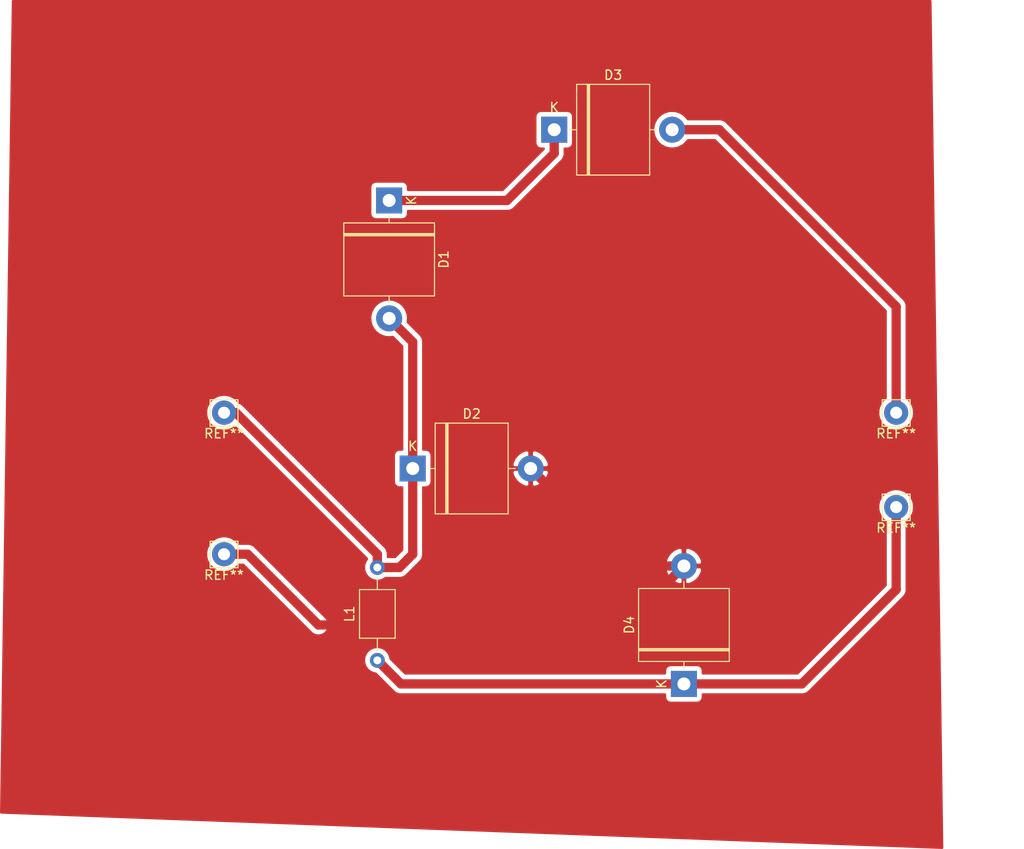
<source format=kicad_pcb>
(kicad_pcb (version 20171130) (host pcbnew "(5.1.4)-1")

  (general
    (thickness 1.6)
    (drawings 0)
    (tracks 25)
    (zones 0)
    (modules 9)
    (nets 5)
  )

  (page A4)
  (layers
    (0 F.Cu signal)
    (31 B.Cu signal)
    (32 B.Adhes user)
    (33 F.Adhes user)
    (34 B.Paste user)
    (35 F.Paste user)
    (36 B.SilkS user)
    (37 F.SilkS user)
    (38 B.Mask user)
    (39 F.Mask user)
    (40 Dwgs.User user)
    (41 Cmts.User user)
    (42 Eco1.User user)
    (43 Eco2.User user)
    (44 Edge.Cuts user)
    (45 Margin user)
    (46 B.CrtYd user)
    (47 F.CrtYd user)
    (48 B.Fab user)
    (49 F.Fab user)
  )

  (setup
    (last_trace_width 1)
    (user_trace_width 1)
    (trace_clearance 0.2)
    (zone_clearance 0.508)
    (zone_45_only no)
    (trace_min 0.2)
    (via_size 0.8)
    (via_drill 0.4)
    (via_min_size 0.4)
    (via_min_drill 0.3)
    (uvia_size 0.3)
    (uvia_drill 0.1)
    (uvias_allowed no)
    (uvia_min_size 0.2)
    (uvia_min_drill 0.1)
    (edge_width 0.05)
    (segment_width 0.2)
    (pcb_text_width 0.3)
    (pcb_text_size 1.5 1.5)
    (mod_edge_width 0.12)
    (mod_text_size 1 1)
    (mod_text_width 0.15)
    (pad_size 1.524 1.524)
    (pad_drill 0.762)
    (pad_to_mask_clearance 0.051)
    (solder_mask_min_width 0.25)
    (aux_axis_origin 0 0)
    (visible_elements FFFFFF7F)
    (pcbplotparams
      (layerselection 0x010fc_ffffffff)
      (usegerberextensions false)
      (usegerberattributes false)
      (usegerberadvancedattributes false)
      (creategerberjobfile false)
      (excludeedgelayer true)
      (linewidth 0.100000)
      (plotframeref false)
      (viasonmask false)
      (mode 1)
      (useauxorigin false)
      (hpglpennumber 1)
      (hpglpenspeed 20)
      (hpglpendiameter 15.000000)
      (psnegative false)
      (psa4output false)
      (plotreference true)
      (plotvalue true)
      (plotinvisibletext false)
      (padsonsilk false)
      (subtractmaskfromsilk false)
      (outputformat 1)
      (mirror false)
      (drillshape 1)
      (scaleselection 1)
      (outputdirectory ""))
  )

  (net 0 "")
  (net 1 "Net-(D1-Pad2)")
  (net 2 "Net-(D1-Pad1)")
  (net 3 GNDREF)
  (net 4 VAC)

  (net_class Default "Esta es la clase de red por defecto."
    (clearance 0.2)
    (trace_width 0.25)
    (via_dia 0.8)
    (via_drill 0.4)
    (uvia_dia 0.3)
    (uvia_drill 0.1)
    (add_net GNDREF)
    (add_net "Net-(D1-Pad1)")
    (add_net "Net-(D1-Pad2)")
    (add_net VAC)
  )

  (module Connector_Pin:Pin_D1.3mm_L11.3mm_W2.8mm_Flat (layer F.Cu) (tedit 5A1DC085) (tstamp 5D836433)
    (at 124.46 113.03)
    (descr "solder Pin_ with flat with hole, hole diameter 1.3mm, length 11.3mm, width 2.8mm")
    (tags "solder Pin_ with flat fork")
    (fp_text reference REF** (at 0 2.25) (layer F.SilkS)
      (effects (font (size 1 1) (thickness 0.15)))
    )
    (fp_text value Pin_D1.3mm_L11.3mm_W2.8mm_Flat (at 0 -2.05) (layer F.Fab)
      (effects (font (size 1 1) (thickness 0.15)))
    )
    (fp_line (start 1.9 1.8) (end -1.9 1.8) (layer F.CrtYd) (width 0.05))
    (fp_line (start 1.9 1.8) (end 1.9 -1.8) (layer F.CrtYd) (width 0.05))
    (fp_line (start -1.9 -1.8) (end -1.9 1.8) (layer F.CrtYd) (width 0.05))
    (fp_line (start -1.9 -1.8) (end 1.9 -1.8) (layer F.CrtYd) (width 0.05))
    (fp_line (start -1.4 0.25) (end -1.4 -0.25) (layer F.Fab) (width 0.12))
    (fp_line (start 1.4 -0.25) (end 1.4 0.25) (layer F.Fab) (width 0.12))
    (fp_line (start -1.5 1.45) (end 1.5 1.45) (layer F.SilkS) (width 0.12))
    (fp_line (start -1.5 -1.4) (end -1.5 1.45) (layer F.SilkS) (width 0.12))
    (fp_line (start 1.5 -1.4) (end 1.5 1.45) (layer F.SilkS) (width 0.12))
    (fp_line (start -1.5 -1.4) (end 1.5 -1.4) (layer F.SilkS) (width 0.12))
    (fp_line (start -1.4 -0.25) (end 1.4 -0.25) (layer F.Fab) (width 0.12))
    (fp_line (start 1.4 0.25) (end -1.4 0.25) (layer F.Fab) (width 0.12))
    (fp_text user %R (at 0 2.25) (layer F.Fab)
      (effects (font (size 1 1) (thickness 0.15)))
    )
    (pad 1 thru_hole circle (at 0 0) (size 2.6 2.6) (drill 1.3) (layers *.Cu *.Mask))
    (model ${KISYS3DMOD}/Connector_Pin.3dshapes/Pin_D1.3mm_L11.3mm_W2.8mm_Flat.wrl
      (at (xyz 0 0 0))
      (scale (xyz 1 1 1))
      (rotate (xyz 0 0 0))
    )
  )

  (module Connector_Pin:Pin_D1.3mm_L11.3mm_W2.8mm_Flat (layer F.Cu) (tedit 5A1DC085) (tstamp 5D8363EE)
    (at 124.46 97.79)
    (descr "solder Pin_ with flat with hole, hole diameter 1.3mm, length 11.3mm, width 2.8mm")
    (tags "solder Pin_ with flat fork")
    (fp_text reference REF** (at 0 2.25) (layer F.SilkS)
      (effects (font (size 1 1) (thickness 0.15)))
    )
    (fp_text value Pin_D1.3mm_L11.3mm_W2.8mm_Flat (at 0 -2.05) (layer F.Fab)
      (effects (font (size 1 1) (thickness 0.15)))
    )
    (fp_line (start 1.9 1.8) (end -1.9 1.8) (layer F.CrtYd) (width 0.05))
    (fp_line (start 1.9 1.8) (end 1.9 -1.8) (layer F.CrtYd) (width 0.05))
    (fp_line (start -1.9 -1.8) (end -1.9 1.8) (layer F.CrtYd) (width 0.05))
    (fp_line (start -1.9 -1.8) (end 1.9 -1.8) (layer F.CrtYd) (width 0.05))
    (fp_line (start -1.4 0.25) (end -1.4 -0.25) (layer F.Fab) (width 0.12))
    (fp_line (start 1.4 -0.25) (end 1.4 0.25) (layer F.Fab) (width 0.12))
    (fp_line (start -1.5 1.45) (end 1.5 1.45) (layer F.SilkS) (width 0.12))
    (fp_line (start -1.5 -1.4) (end -1.5 1.45) (layer F.SilkS) (width 0.12))
    (fp_line (start 1.5 -1.4) (end 1.5 1.45) (layer F.SilkS) (width 0.12))
    (fp_line (start -1.5 -1.4) (end 1.5 -1.4) (layer F.SilkS) (width 0.12))
    (fp_line (start -1.4 -0.25) (end 1.4 -0.25) (layer F.Fab) (width 0.12))
    (fp_line (start 1.4 0.25) (end -1.4 0.25) (layer F.Fab) (width 0.12))
    (fp_text user %R (at 0 2.25) (layer F.Fab)
      (effects (font (size 1 1) (thickness 0.15)))
    )
    (pad 1 thru_hole circle (at 0 0) (size 2.6 2.6) (drill 1.3) (layers *.Cu *.Mask))
    (model ${KISYS3DMOD}/Connector_Pin.3dshapes/Pin_D1.3mm_L11.3mm_W2.8mm_Flat.wrl
      (at (xyz 0 0 0))
      (scale (xyz 1 1 1))
      (rotate (xyz 0 0 0))
    )
  )

  (module Connector_Pin:Pin_D1.3mm_L11.3mm_W2.8mm_Flat (layer F.Cu) (tedit 5A1DC085) (tstamp 5D8363A9)
    (at 196.85 107.95)
    (descr "solder Pin_ with flat with hole, hole diameter 1.3mm, length 11.3mm, width 2.8mm")
    (tags "solder Pin_ with flat fork")
    (fp_text reference REF** (at 0 2.25) (layer F.SilkS)
      (effects (font (size 1 1) (thickness 0.15)))
    )
    (fp_text value Pin_D1.3mm_L11.3mm_W2.8mm_Flat (at 0 -2.05) (layer F.Fab)
      (effects (font (size 1 1) (thickness 0.15)))
    )
    (fp_line (start 1.9 1.8) (end -1.9 1.8) (layer F.CrtYd) (width 0.05))
    (fp_line (start 1.9 1.8) (end 1.9 -1.8) (layer F.CrtYd) (width 0.05))
    (fp_line (start -1.9 -1.8) (end -1.9 1.8) (layer F.CrtYd) (width 0.05))
    (fp_line (start -1.9 -1.8) (end 1.9 -1.8) (layer F.CrtYd) (width 0.05))
    (fp_line (start -1.4 0.25) (end -1.4 -0.25) (layer F.Fab) (width 0.12))
    (fp_line (start 1.4 -0.25) (end 1.4 0.25) (layer F.Fab) (width 0.12))
    (fp_line (start -1.5 1.45) (end 1.5 1.45) (layer F.SilkS) (width 0.12))
    (fp_line (start -1.5 -1.4) (end -1.5 1.45) (layer F.SilkS) (width 0.12))
    (fp_line (start 1.5 -1.4) (end 1.5 1.45) (layer F.SilkS) (width 0.12))
    (fp_line (start -1.5 -1.4) (end 1.5 -1.4) (layer F.SilkS) (width 0.12))
    (fp_line (start -1.4 -0.25) (end 1.4 -0.25) (layer F.Fab) (width 0.12))
    (fp_line (start 1.4 0.25) (end -1.4 0.25) (layer F.Fab) (width 0.12))
    (fp_text user %R (at 0 2.25) (layer F.Fab)
      (effects (font (size 1 1) (thickness 0.15)))
    )
    (pad 1 thru_hole circle (at 0 0) (size 2.6 2.6) (drill 1.3) (layers *.Cu *.Mask))
    (model ${KISYS3DMOD}/Connector_Pin.3dshapes/Pin_D1.3mm_L11.3mm_W2.8mm_Flat.wrl
      (at (xyz 0 0 0))
      (scale (xyz 1 1 1))
      (rotate (xyz 0 0 0))
    )
  )

  (module Connector_Pin:Pin_D1.3mm_L11.3mm_W2.8mm_Flat (layer F.Cu) (tedit 5A1DC085) (tstamp 5D836364)
    (at 196.85 97.79)
    (descr "solder Pin_ with flat with hole, hole diameter 1.3mm, length 11.3mm, width 2.8mm")
    (tags "solder Pin_ with flat fork")
    (fp_text reference REF** (at 0 2.25) (layer F.SilkS)
      (effects (font (size 1 1) (thickness 0.15)))
    )
    (fp_text value Pin_D1.3mm_L11.3mm_W2.8mm_Flat (at 0 -2.05) (layer F.Fab)
      (effects (font (size 1 1) (thickness 0.15)))
    )
    (fp_line (start 1.9 1.8) (end -1.9 1.8) (layer F.CrtYd) (width 0.05))
    (fp_line (start 1.9 1.8) (end 1.9 -1.8) (layer F.CrtYd) (width 0.05))
    (fp_line (start -1.9 -1.8) (end -1.9 1.8) (layer F.CrtYd) (width 0.05))
    (fp_line (start -1.9 -1.8) (end 1.9 -1.8) (layer F.CrtYd) (width 0.05))
    (fp_line (start -1.4 0.25) (end -1.4 -0.25) (layer F.Fab) (width 0.12))
    (fp_line (start 1.4 -0.25) (end 1.4 0.25) (layer F.Fab) (width 0.12))
    (fp_line (start -1.5 1.45) (end 1.5 1.45) (layer F.SilkS) (width 0.12))
    (fp_line (start -1.5 -1.4) (end -1.5 1.45) (layer F.SilkS) (width 0.12))
    (fp_line (start 1.5 -1.4) (end 1.5 1.45) (layer F.SilkS) (width 0.12))
    (fp_line (start -1.5 -1.4) (end 1.5 -1.4) (layer F.SilkS) (width 0.12))
    (fp_line (start -1.4 -0.25) (end 1.4 -0.25) (layer F.Fab) (width 0.12))
    (fp_line (start 1.4 0.25) (end -1.4 0.25) (layer F.Fab) (width 0.12))
    (fp_text user %R (at 0 2.25) (layer F.Fab)
      (effects (font (size 1 1) (thickness 0.15)))
    )
    (pad 1 thru_hole circle (at 0 0) (size 2.6 2.6) (drill 1.3) (layers *.Cu *.Mask))
    (model ${KISYS3DMOD}/Connector_Pin.3dshapes/Pin_D1.3mm_L11.3mm_W2.8mm_Flat.wrl
      (at (xyz 0 0 0))
      (scale (xyz 1 1 1))
      (rotate (xyz 0 0 0))
    )
  )

  (module Inductor_THT:L_Axial_L5.0mm_D3.6mm_P10.00mm_Horizontal_Murata_BL01RN1A2A2 (layer F.Cu) (tedit 5BC67E52) (tstamp 5D836291)
    (at 140.97 124.46 90)
    (descr "Inductor, Murata BL01RN1A2A2, Axial, Horizontal, pin pitch=10.00mm, length*diameter=5*3.6mm, https://www.murata.com/en-global/products/productdetail?partno=BL01RN1A2A2%23")
    (tags "inductor axial horizontal")
    (path /5D85663E)
    (fp_text reference L1 (at 5 -3 90) (layer F.SilkS)
      (effects (font (size 1 1) (thickness 0.15)))
    )
    (fp_text value L (at 5 3 90) (layer F.Fab)
      (effects (font (size 1 1) (thickness 0.15)))
    )
    (fp_text user %R (at 5 0 90) (layer F.Fab)
      (effects (font (size 1 1) (thickness 0.15)))
    )
    (fp_line (start 11.05 -2.05) (end -1.05 -2.05) (layer F.CrtYd) (width 0.05))
    (fp_line (start 11.05 2.05) (end 11.05 -2.05) (layer F.CrtYd) (width 0.05))
    (fp_line (start -1.05 2.05) (end 11.05 2.05) (layer F.CrtYd) (width 0.05))
    (fp_line (start -1.05 -2.05) (end -1.05 2.05) (layer F.CrtYd) (width 0.05))
    (fp_line (start 9 0) (end 7.62 0) (layer F.SilkS) (width 0.12))
    (fp_line (start 1 0) (end 2.38 0) (layer F.SilkS) (width 0.12))
    (fp_line (start 7.62 -1.92) (end 2.38 -1.92) (layer F.SilkS) (width 0.12))
    (fp_line (start 7.62 1.92) (end 7.62 -1.92) (layer F.SilkS) (width 0.12))
    (fp_line (start 2.38 1.92) (end 7.62 1.92) (layer F.SilkS) (width 0.12))
    (fp_line (start 2.38 -1.92) (end 2.38 1.92) (layer F.SilkS) (width 0.12))
    (fp_line (start 10 0) (end 7.5 0) (layer F.Fab) (width 0.1))
    (fp_line (start 0 0) (end 2.5 0) (layer F.Fab) (width 0.1))
    (fp_line (start 7.5 -1.8) (end 2.5 -1.8) (layer F.Fab) (width 0.1))
    (fp_line (start 7.5 1.8) (end 7.5 -1.8) (layer F.Fab) (width 0.1))
    (fp_line (start 2.5 1.8) (end 7.5 1.8) (layer F.Fab) (width 0.1))
    (fp_line (start 2.5 -1.8) (end 2.5 1.8) (layer F.Fab) (width 0.1))
    (pad 2 thru_hole oval (at 10 0 90) (size 1.6 1.6) (drill 0.85) (layers *.Cu *.Mask)
      (net 1 "Net-(D1-Pad2)"))
    (pad 1 thru_hole circle (at 0 0 90) (size 1.6 1.6) (drill 0.85) (layers *.Cu *.Mask)
      (net 4 VAC))
    (model ${KISYS3DMOD}/Inductor_THT.3dshapes/L_Axial_L5.0mm_D3.6mm_P10.00mm_Horizontal_Murata_BL01RN1A2A2.wrl
      (at (xyz 0 0 0))
      (scale (xyz 1 1 1))
      (rotate (xyz 0 0 0))
    )
  )

  (module Diode_THT:D_5KP_P12.70mm_Horizontal (layer F.Cu) (tedit 5AE50CD5) (tstamp 5D83627A)
    (at 173.99 127 90)
    (descr "Diode, 5KP series, Axial, Horizontal, pin pitch=12.7mm, , length*diameter=7.62*9.53mm^2, , http://www.diodes.com/_files/packages/8686949.gif")
    (tags "Diode 5KP series Axial Horizontal pin pitch 12.7mm  length 7.62mm diameter 9.53mm")
    (path /5D8560DF)
    (fp_text reference D4 (at 6.35 -5.885 90) (layer F.SilkS)
      (effects (font (size 1 1) (thickness 0.15)))
    )
    (fp_text value D (at 6.35 5.885 90) (layer F.Fab)
      (effects (font (size 1 1) (thickness 0.15)))
    )
    (fp_text user K (at 0 -2.4 90) (layer F.SilkS)
      (effects (font (size 1 1) (thickness 0.15)))
    )
    (fp_text user K (at 0 -2.4 90) (layer F.Fab)
      (effects (font (size 1 1) (thickness 0.15)))
    )
    (fp_text user %R (at 6.9215 0 90) (layer F.Fab)
      (effects (font (size 1 1) (thickness 0.15)))
    )
    (fp_line (start 14.35 -5.02) (end -1.65 -5.02) (layer F.CrtYd) (width 0.05))
    (fp_line (start 14.35 5.02) (end 14.35 -5.02) (layer F.CrtYd) (width 0.05))
    (fp_line (start -1.65 5.02) (end 14.35 5.02) (layer F.CrtYd) (width 0.05))
    (fp_line (start -1.65 -5.02) (end -1.65 5.02) (layer F.CrtYd) (width 0.05))
    (fp_line (start 3.563 -4.885) (end 3.563 4.885) (layer F.SilkS) (width 0.12))
    (fp_line (start 3.803 -4.885) (end 3.803 4.885) (layer F.SilkS) (width 0.12))
    (fp_line (start 3.683 -4.885) (end 3.683 4.885) (layer F.SilkS) (width 0.12))
    (fp_line (start 11.06 0) (end 10.28 0) (layer F.SilkS) (width 0.12))
    (fp_line (start 1.64 0) (end 2.42 0) (layer F.SilkS) (width 0.12))
    (fp_line (start 10.28 -4.885) (end 2.42 -4.885) (layer F.SilkS) (width 0.12))
    (fp_line (start 10.28 4.885) (end 10.28 -4.885) (layer F.SilkS) (width 0.12))
    (fp_line (start 2.42 4.885) (end 10.28 4.885) (layer F.SilkS) (width 0.12))
    (fp_line (start 2.42 -4.885) (end 2.42 4.885) (layer F.SilkS) (width 0.12))
    (fp_line (start 3.583 -4.765) (end 3.583 4.765) (layer F.Fab) (width 0.1))
    (fp_line (start 3.783 -4.765) (end 3.783 4.765) (layer F.Fab) (width 0.1))
    (fp_line (start 3.683 -4.765) (end 3.683 4.765) (layer F.Fab) (width 0.1))
    (fp_line (start 12.7 0) (end 10.16 0) (layer F.Fab) (width 0.1))
    (fp_line (start 0 0) (end 2.54 0) (layer F.Fab) (width 0.1))
    (fp_line (start 10.16 -4.765) (end 2.54 -4.765) (layer F.Fab) (width 0.1))
    (fp_line (start 10.16 4.765) (end 10.16 -4.765) (layer F.Fab) (width 0.1))
    (fp_line (start 2.54 4.765) (end 10.16 4.765) (layer F.Fab) (width 0.1))
    (fp_line (start 2.54 -4.765) (end 2.54 4.765) (layer F.Fab) (width 0.1))
    (pad 2 thru_hole oval (at 12.7 0 90) (size 2.8 2.8) (drill 1.4) (layers *.Cu *.Mask)
      (net 3 GNDREF))
    (pad 1 thru_hole rect (at 0 0 90) (size 2.8 2.8) (drill 1.4) (layers *.Cu *.Mask)
      (net 4 VAC))
    (model ${KISYS3DMOD}/Diode_THT.3dshapes/D_5KP_P12.70mm_Horizontal.wrl
      (at (xyz 0 0 0))
      (scale (xyz 1 1 1))
      (rotate (xyz 0 0 0))
    )
  )

  (module Diode_THT:D_5KP_P12.70mm_Horizontal (layer F.Cu) (tedit 5AE50CD5) (tstamp 5D83625B)
    (at 160.02 67.31)
    (descr "Diode, 5KP series, Axial, Horizontal, pin pitch=12.7mm, , length*diameter=7.62*9.53mm^2, , http://www.diodes.com/_files/packages/8686949.gif")
    (tags "Diode 5KP series Axial Horizontal pin pitch 12.7mm  length 7.62mm diameter 9.53mm")
    (path /5D8558DB)
    (fp_text reference D3 (at 6.35 -5.885) (layer F.SilkS)
      (effects (font (size 1 1) (thickness 0.15)))
    )
    (fp_text value D (at 6.35 5.885) (layer F.Fab)
      (effects (font (size 1 1) (thickness 0.15)))
    )
    (fp_text user K (at 0 -2.4) (layer F.SilkS)
      (effects (font (size 1 1) (thickness 0.15)))
    )
    (fp_text user K (at 0 -2.4) (layer F.Fab)
      (effects (font (size 1 1) (thickness 0.15)))
    )
    (fp_text user %R (at 6.9215 0) (layer F.Fab)
      (effects (font (size 1 1) (thickness 0.15)))
    )
    (fp_line (start 14.35 -5.02) (end -1.65 -5.02) (layer F.CrtYd) (width 0.05))
    (fp_line (start 14.35 5.02) (end 14.35 -5.02) (layer F.CrtYd) (width 0.05))
    (fp_line (start -1.65 5.02) (end 14.35 5.02) (layer F.CrtYd) (width 0.05))
    (fp_line (start -1.65 -5.02) (end -1.65 5.02) (layer F.CrtYd) (width 0.05))
    (fp_line (start 3.563 -4.885) (end 3.563 4.885) (layer F.SilkS) (width 0.12))
    (fp_line (start 3.803 -4.885) (end 3.803 4.885) (layer F.SilkS) (width 0.12))
    (fp_line (start 3.683 -4.885) (end 3.683 4.885) (layer F.SilkS) (width 0.12))
    (fp_line (start 11.06 0) (end 10.28 0) (layer F.SilkS) (width 0.12))
    (fp_line (start 1.64 0) (end 2.42 0) (layer F.SilkS) (width 0.12))
    (fp_line (start 10.28 -4.885) (end 2.42 -4.885) (layer F.SilkS) (width 0.12))
    (fp_line (start 10.28 4.885) (end 10.28 -4.885) (layer F.SilkS) (width 0.12))
    (fp_line (start 2.42 4.885) (end 10.28 4.885) (layer F.SilkS) (width 0.12))
    (fp_line (start 2.42 -4.885) (end 2.42 4.885) (layer F.SilkS) (width 0.12))
    (fp_line (start 3.583 -4.765) (end 3.583 4.765) (layer F.Fab) (width 0.1))
    (fp_line (start 3.783 -4.765) (end 3.783 4.765) (layer F.Fab) (width 0.1))
    (fp_line (start 3.683 -4.765) (end 3.683 4.765) (layer F.Fab) (width 0.1))
    (fp_line (start 12.7 0) (end 10.16 0) (layer F.Fab) (width 0.1))
    (fp_line (start 0 0) (end 2.54 0) (layer F.Fab) (width 0.1))
    (fp_line (start 10.16 -4.765) (end 2.54 -4.765) (layer F.Fab) (width 0.1))
    (fp_line (start 10.16 4.765) (end 10.16 -4.765) (layer F.Fab) (width 0.1))
    (fp_line (start 2.54 4.765) (end 10.16 4.765) (layer F.Fab) (width 0.1))
    (fp_line (start 2.54 -4.765) (end 2.54 4.765) (layer F.Fab) (width 0.1))
    (pad 2 thru_hole oval (at 12.7 0) (size 2.8 2.8) (drill 1.4) (layers *.Cu *.Mask)
      (net 4 VAC))
    (pad 1 thru_hole rect (at 0 0) (size 2.8 2.8) (drill 1.4) (layers *.Cu *.Mask)
      (net 2 "Net-(D1-Pad1)"))
    (model ${KISYS3DMOD}/Diode_THT.3dshapes/D_5KP_P12.70mm_Horizontal.wrl
      (at (xyz 0 0 0))
      (scale (xyz 1 1 1))
      (rotate (xyz 0 0 0))
    )
  )

  (module Diode_THT:D_5KP_P12.70mm_Horizontal (layer F.Cu) (tedit 5AE50CD5) (tstamp 5D83623C)
    (at 144.78 103.8)
    (descr "Diode, 5KP series, Axial, Horizontal, pin pitch=12.7mm, , length*diameter=7.62*9.53mm^2, , http://www.diodes.com/_files/packages/8686949.gif")
    (tags "Diode 5KP series Axial Horizontal pin pitch 12.7mm  length 7.62mm diameter 9.53mm")
    (path /5D855AE4)
    (fp_text reference D2 (at 6.35 -5.885) (layer F.SilkS)
      (effects (font (size 1 1) (thickness 0.15)))
    )
    (fp_text value D (at 6.35 5.885) (layer F.Fab)
      (effects (font (size 1 1) (thickness 0.15)))
    )
    (fp_text user K (at 0 -2.4) (layer F.SilkS)
      (effects (font (size 1 1) (thickness 0.15)))
    )
    (fp_text user K (at 0 -2.4) (layer F.Fab)
      (effects (font (size 1 1) (thickness 0.15)))
    )
    (fp_text user %R (at 6.9215 0) (layer F.Fab)
      (effects (font (size 1 1) (thickness 0.15)))
    )
    (fp_line (start 14.35 -5.02) (end -1.65 -5.02) (layer F.CrtYd) (width 0.05))
    (fp_line (start 14.35 5.02) (end 14.35 -5.02) (layer F.CrtYd) (width 0.05))
    (fp_line (start -1.65 5.02) (end 14.35 5.02) (layer F.CrtYd) (width 0.05))
    (fp_line (start -1.65 -5.02) (end -1.65 5.02) (layer F.CrtYd) (width 0.05))
    (fp_line (start 3.563 -4.885) (end 3.563 4.885) (layer F.SilkS) (width 0.12))
    (fp_line (start 3.803 -4.885) (end 3.803 4.885) (layer F.SilkS) (width 0.12))
    (fp_line (start 3.683 -4.885) (end 3.683 4.885) (layer F.SilkS) (width 0.12))
    (fp_line (start 11.06 0) (end 10.28 0) (layer F.SilkS) (width 0.12))
    (fp_line (start 1.64 0) (end 2.42 0) (layer F.SilkS) (width 0.12))
    (fp_line (start 10.28 -4.885) (end 2.42 -4.885) (layer F.SilkS) (width 0.12))
    (fp_line (start 10.28 4.885) (end 10.28 -4.885) (layer F.SilkS) (width 0.12))
    (fp_line (start 2.42 4.885) (end 10.28 4.885) (layer F.SilkS) (width 0.12))
    (fp_line (start 2.42 -4.885) (end 2.42 4.885) (layer F.SilkS) (width 0.12))
    (fp_line (start 3.583 -4.765) (end 3.583 4.765) (layer F.Fab) (width 0.1))
    (fp_line (start 3.783 -4.765) (end 3.783 4.765) (layer F.Fab) (width 0.1))
    (fp_line (start 3.683 -4.765) (end 3.683 4.765) (layer F.Fab) (width 0.1))
    (fp_line (start 12.7 0) (end 10.16 0) (layer F.Fab) (width 0.1))
    (fp_line (start 0 0) (end 2.54 0) (layer F.Fab) (width 0.1))
    (fp_line (start 10.16 -4.765) (end 2.54 -4.765) (layer F.Fab) (width 0.1))
    (fp_line (start 10.16 4.765) (end 10.16 -4.765) (layer F.Fab) (width 0.1))
    (fp_line (start 2.54 4.765) (end 10.16 4.765) (layer F.Fab) (width 0.1))
    (fp_line (start 2.54 -4.765) (end 2.54 4.765) (layer F.Fab) (width 0.1))
    (pad 2 thru_hole oval (at 12.7 0) (size 2.8 2.8) (drill 1.4) (layers *.Cu *.Mask)
      (net 3 GNDREF))
    (pad 1 thru_hole rect (at 0 0) (size 2.8 2.8) (drill 1.4) (layers *.Cu *.Mask)
      (net 1 "Net-(D1-Pad2)"))
    (model ${KISYS3DMOD}/Diode_THT.3dshapes/D_5KP_P12.70mm_Horizontal.wrl
      (at (xyz 0 0 0))
      (scale (xyz 1 1 1))
      (rotate (xyz 0 0 0))
    )
  )

  (module Diode_THT:D_5KP_P12.70mm_Horizontal (layer F.Cu) (tedit 5AE50CD5) (tstamp 5D83621D)
    (at 142.24 74.93 270)
    (descr "Diode, 5KP series, Axial, Horizontal, pin pitch=12.7mm, , length*diameter=7.62*9.53mm^2, , http://www.diodes.com/_files/packages/8686949.gif")
    (tags "Diode 5KP series Axial Horizontal pin pitch 12.7mm  length 7.62mm diameter 9.53mm")
    (path /5D855713)
    (fp_text reference D1 (at 6.35 -5.885 90) (layer F.SilkS)
      (effects (font (size 1 1) (thickness 0.15)))
    )
    (fp_text value D (at 6.35 5.885 90) (layer F.Fab)
      (effects (font (size 1 1) (thickness 0.15)))
    )
    (fp_text user K (at 0 -2.4 90) (layer F.SilkS)
      (effects (font (size 1 1) (thickness 0.15)))
    )
    (fp_text user K (at 0 -2.4 90) (layer F.Fab)
      (effects (font (size 1 1) (thickness 0.15)))
    )
    (fp_text user %R (at 6.9215 0 90) (layer F.Fab)
      (effects (font (size 1 1) (thickness 0.15)))
    )
    (fp_line (start 14.35 -5.02) (end -1.65 -5.02) (layer F.CrtYd) (width 0.05))
    (fp_line (start 14.35 5.02) (end 14.35 -5.02) (layer F.CrtYd) (width 0.05))
    (fp_line (start -1.65 5.02) (end 14.35 5.02) (layer F.CrtYd) (width 0.05))
    (fp_line (start -1.65 -5.02) (end -1.65 5.02) (layer F.CrtYd) (width 0.05))
    (fp_line (start 3.563 -4.885) (end 3.563 4.885) (layer F.SilkS) (width 0.12))
    (fp_line (start 3.803 -4.885) (end 3.803 4.885) (layer F.SilkS) (width 0.12))
    (fp_line (start 3.683 -4.885) (end 3.683 4.885) (layer F.SilkS) (width 0.12))
    (fp_line (start 11.06 0) (end 10.28 0) (layer F.SilkS) (width 0.12))
    (fp_line (start 1.64 0) (end 2.42 0) (layer F.SilkS) (width 0.12))
    (fp_line (start 10.28 -4.885) (end 2.42 -4.885) (layer F.SilkS) (width 0.12))
    (fp_line (start 10.28 4.885) (end 10.28 -4.885) (layer F.SilkS) (width 0.12))
    (fp_line (start 2.42 4.885) (end 10.28 4.885) (layer F.SilkS) (width 0.12))
    (fp_line (start 2.42 -4.885) (end 2.42 4.885) (layer F.SilkS) (width 0.12))
    (fp_line (start 3.583 -4.765) (end 3.583 4.765) (layer F.Fab) (width 0.1))
    (fp_line (start 3.783 -4.765) (end 3.783 4.765) (layer F.Fab) (width 0.1))
    (fp_line (start 3.683 -4.765) (end 3.683 4.765) (layer F.Fab) (width 0.1))
    (fp_line (start 12.7 0) (end 10.16 0) (layer F.Fab) (width 0.1))
    (fp_line (start 0 0) (end 2.54 0) (layer F.Fab) (width 0.1))
    (fp_line (start 10.16 -4.765) (end 2.54 -4.765) (layer F.Fab) (width 0.1))
    (fp_line (start 10.16 4.765) (end 10.16 -4.765) (layer F.Fab) (width 0.1))
    (fp_line (start 2.54 4.765) (end 10.16 4.765) (layer F.Fab) (width 0.1))
    (fp_line (start 2.54 -4.765) (end 2.54 4.765) (layer F.Fab) (width 0.1))
    (pad 2 thru_hole oval (at 12.7 0 270) (size 2.8 2.8) (drill 1.4) (layers *.Cu *.Mask)
      (net 1 "Net-(D1-Pad2)"))
    (pad 1 thru_hole rect (at 0 0 270) (size 2.8 2.8) (drill 1.4) (layers *.Cu *.Mask)
      (net 2 "Net-(D1-Pad1)"))
    (model ${KISYS3DMOD}/Diode_THT.3dshapes/D_5KP_P12.70mm_Horizontal.wrl
      (at (xyz 0 0 0))
      (scale (xyz 1 1 1))
      (rotate (xyz 0 0 0))
    )
  )

  (segment (start 196.85 107.95) (end 196.85 116.84) (width 1) (layer F.Cu) (net 0))
  (segment (start 124.46 97.79) (end 125.73 97.79) (width 1) (layer F.Cu) (net 0))
  (segment (start 124.46 113.03) (end 127 113.03) (width 1) (layer F.Cu) (net 0))
  (segment (start 127 113.03) (end 134.62 120.65) (width 1) (layer F.Cu) (net 0))
  (segment (start 140.97 113.03) (end 140.97 114.46) (width 1) (layer F.Cu) (net 1))
  (segment (start 125.73 97.79) (end 140.97 113.03) (width 1) (layer F.Cu) (net 1))
  (segment (start 140.97 114.46) (end 143.35 114.46) (width 1) (layer F.Cu) (net 1))
  (segment (start 144.78 113.03) (end 144.78 103.8) (width 1) (layer F.Cu) (net 1))
  (segment (start 143.35 114.46) (end 144.78 113.03) (width 1) (layer F.Cu) (net 1))
  (segment (start 144.78 90.17) (end 142.24 87.63) (width 1) (layer F.Cu) (net 1))
  (segment (start 144.78 103.8) (end 144.78 90.17) (width 1) (layer F.Cu) (net 1))
  (segment (start 142.24 74.93) (end 154.94 74.93) (width 1) (layer F.Cu) (net 2))
  (segment (start 160.02 69.85) (end 160.02 67.31) (width 1) (layer F.Cu) (net 2))
  (segment (start 154.94 74.93) (end 160.02 69.85) (width 1) (layer F.Cu) (net 2))
  (segment (start 167.64 120.65) (end 173.99 114.3) (width 1) (layer F.Cu) (net 3))
  (segment (start 134.62 120.65) (end 167.64 120.65) (width 1) (layer F.Cu) (net 3))
  (segment (start 167.98 114.3) (end 157.48 103.8) (width 1) (layer F.Cu) (net 3))
  (segment (start 173.99 114.3) (end 167.98 114.3) (width 1) (layer F.Cu) (net 3))
  (segment (start 186.69 127) (end 173.99 127) (width 1) (layer F.Cu) (net 4))
  (segment (start 196.85 116.84) (end 186.69 127) (width 1) (layer F.Cu) (net 4))
  (segment (start 143.51 127) (end 140.97 124.46) (width 1) (layer F.Cu) (net 4))
  (segment (start 173.99 127) (end 143.51 127) (width 1) (layer F.Cu) (net 4))
  (segment (start 172.72 67.31) (end 177.8 67.31) (width 1) (layer F.Cu) (net 4))
  (segment (start 196.85 86.36) (end 196.85 97.79) (width 1) (layer F.Cu) (net 4))
  (segment (start 177.8 67.31) (end 196.85 86.36) (width 1) (layer F.Cu) (net 4))

  (zone (net 3) (net_name GNDREF) (layer F.Cu) (tstamp 0) (hatch edge 0.508)
    (connect_pads (clearance 0.508))
    (min_thickness 0.254)
    (fill yes (arc_segments 32) (thermal_gap 0.508) (thermal_bridge_width 0.508))
    (polygon
      (pts
        (xy 101.6 53.34) (xy 200.66 53.34) (xy 201.93 144.78) (xy 100.33 140.97)
      )
    )
    (filled_polygon
      (pts
        (xy 201.801155 144.648079) (xy 100.458786 140.84774) (xy 100.698337 124.318665) (xy 139.535 124.318665) (xy 139.535 124.601335)
        (xy 139.590147 124.878574) (xy 139.69832 125.139727) (xy 139.855363 125.374759) (xy 140.055241 125.574637) (xy 140.290273 125.73168)
        (xy 140.551426 125.839853) (xy 140.792718 125.88785) (xy 142.668009 127.763141) (xy 142.703551 127.806449) (xy 142.876377 127.948284)
        (xy 143.073553 128.053676) (xy 143.287501 128.118577) (xy 143.454248 128.135) (xy 143.454257 128.135) (xy 143.509999 128.14049)
        (xy 143.565741 128.135) (xy 171.951928 128.135) (xy 171.951928 128.4) (xy 171.964188 128.524482) (xy 172.000498 128.64418)
        (xy 172.059463 128.754494) (xy 172.138815 128.851185) (xy 172.235506 128.930537) (xy 172.34582 128.989502) (xy 172.465518 129.025812)
        (xy 172.59 129.038072) (xy 175.39 129.038072) (xy 175.514482 129.025812) (xy 175.63418 128.989502) (xy 175.744494 128.930537)
        (xy 175.841185 128.851185) (xy 175.920537 128.754494) (xy 175.979502 128.64418) (xy 176.015812 128.524482) (xy 176.028072 128.4)
        (xy 176.028072 128.135) (xy 186.634249 128.135) (xy 186.69 128.140491) (xy 186.745751 128.135) (xy 186.745752 128.135)
        (xy 186.912499 128.118577) (xy 187.126447 128.053676) (xy 187.323623 127.948284) (xy 187.496449 127.806449) (xy 187.531996 127.763135)
        (xy 197.613141 117.681991) (xy 197.656449 117.646449) (xy 197.798284 117.473623) (xy 197.903676 117.276447) (xy 197.968577 117.062499)
        (xy 197.985 116.895752) (xy 197.990491 116.84) (xy 197.985 116.784248) (xy 197.985 109.518822) (xy 198.083491 109.453013)
        (xy 198.353013 109.183491) (xy 198.564775 108.866566) (xy 198.710639 108.514419) (xy 198.785 108.140581) (xy 198.785 107.759419)
        (xy 198.710639 107.385581) (xy 198.564775 107.033434) (xy 198.353013 106.716509) (xy 198.083491 106.446987) (xy 197.766566 106.235225)
        (xy 197.414419 106.089361) (xy 197.040581 106.015) (xy 196.659419 106.015) (xy 196.285581 106.089361) (xy 195.933434 106.235225)
        (xy 195.616509 106.446987) (xy 195.346987 106.716509) (xy 195.135225 107.033434) (xy 194.989361 107.385581) (xy 194.915 107.759419)
        (xy 194.915 108.140581) (xy 194.989361 108.514419) (xy 195.135225 108.866566) (xy 195.346987 109.183491) (xy 195.616509 109.453013)
        (xy 195.715 109.518823) (xy 195.715001 116.369867) (xy 186.219869 125.865) (xy 176.028072 125.865) (xy 176.028072 125.6)
        (xy 176.015812 125.475518) (xy 175.979502 125.35582) (xy 175.920537 125.245506) (xy 175.841185 125.148815) (xy 175.744494 125.069463)
        (xy 175.63418 125.010498) (xy 175.514482 124.974188) (xy 175.39 124.961928) (xy 172.59 124.961928) (xy 172.465518 124.974188)
        (xy 172.34582 125.010498) (xy 172.235506 125.069463) (xy 172.138815 125.148815) (xy 172.059463 125.245506) (xy 172.000498 125.35582)
        (xy 171.964188 125.475518) (xy 171.951928 125.6) (xy 171.951928 125.865) (xy 143.980132 125.865) (xy 142.39785 124.282718)
        (xy 142.349853 124.041426) (xy 142.24168 123.780273) (xy 142.084637 123.545241) (xy 141.884759 123.345363) (xy 141.649727 123.18832)
        (xy 141.388574 123.080147) (xy 141.111335 123.025) (xy 140.828665 123.025) (xy 140.551426 123.080147) (xy 140.290273 123.18832)
        (xy 140.055241 123.345363) (xy 139.855363 123.545241) (xy 139.69832 123.780273) (xy 139.590147 124.041426) (xy 139.535 124.318665)
        (xy 100.698337 124.318665) (xy 100.864703 112.839419) (xy 122.525 112.839419) (xy 122.525 113.220581) (xy 122.599361 113.594419)
        (xy 122.745225 113.946566) (xy 122.956987 114.263491) (xy 123.226509 114.533013) (xy 123.543434 114.744775) (xy 123.895581 114.890639)
        (xy 124.269419 114.965) (xy 124.650581 114.965) (xy 125.024419 114.890639) (xy 125.376566 114.744775) (xy 125.693491 114.533013)
        (xy 125.963013 114.263491) (xy 126.028822 114.165) (xy 126.529869 114.165) (xy 133.856856 121.491988) (xy 133.986376 121.598283)
        (xy 134.183552 121.703675) (xy 134.3975 121.768576) (xy 134.619999 121.79049) (xy 134.842498 121.768576) (xy 135.056446 121.703675)
        (xy 135.253622 121.598283) (xy 135.426448 121.456448) (xy 135.568283 121.283622) (xy 135.673675 121.086446) (xy 135.738576 120.872498)
        (xy 135.76049 120.649999) (xy 135.738576 120.4275) (xy 135.673675 120.213552) (xy 135.568283 120.016376) (xy 135.461988 119.886856)
        (xy 127.841996 112.266865) (xy 127.806449 112.223551) (xy 127.633623 112.081716) (xy 127.436447 111.976324) (xy 127.222499 111.911423)
        (xy 127.055752 111.895) (xy 127.055751 111.895) (xy 127 111.889509) (xy 126.944249 111.895) (xy 126.028822 111.895)
        (xy 125.963013 111.796509) (xy 125.693491 111.526987) (xy 125.376566 111.315225) (xy 125.024419 111.169361) (xy 124.650581 111.095)
        (xy 124.269419 111.095) (xy 123.895581 111.169361) (xy 123.543434 111.315225) (xy 123.226509 111.526987) (xy 122.956987 111.796509)
        (xy 122.745225 112.113434) (xy 122.599361 112.465581) (xy 122.525 112.839419) (xy 100.864703 112.839419) (xy 101.085572 97.599419)
        (xy 122.525 97.599419) (xy 122.525 97.980581) (xy 122.599361 98.354419) (xy 122.745225 98.706566) (xy 122.956987 99.023491)
        (xy 123.226509 99.293013) (xy 123.543434 99.504775) (xy 123.895581 99.650639) (xy 124.269419 99.725) (xy 124.650581 99.725)
        (xy 125.024419 99.650639) (xy 125.376566 99.504775) (xy 125.654161 99.319292) (xy 139.835 113.500133) (xy 139.835 113.580998)
        (xy 139.771068 113.658899) (xy 139.637818 113.908192) (xy 139.555764 114.178691) (xy 139.528057 114.46) (xy 139.555764 114.741309)
        (xy 139.637818 115.011808) (xy 139.771068 115.261101) (xy 139.950392 115.479608) (xy 140.168899 115.658932) (xy 140.418192 115.792182)
        (xy 140.688691 115.874236) (xy 140.899508 115.895) (xy 141.040492 115.895) (xy 141.251309 115.874236) (xy 141.521808 115.792182)
        (xy 141.771101 115.658932) (xy 141.849002 115.595) (xy 143.294249 115.595) (xy 143.35 115.600491) (xy 143.405751 115.595)
        (xy 143.405752 115.595) (xy 143.572499 115.578577) (xy 143.786447 115.513676) (xy 143.983623 115.408284) (xy 144.156449 115.266449)
        (xy 144.191996 115.223135) (xy 144.67197 114.743161) (xy 172.003836 114.743161) (xy 172.128456 115.122127) (xy 172.324614 115.469499)
        (xy 172.584772 115.771928) (xy 172.898932 116.017792) (xy 173.255021 116.197642) (xy 173.54684 116.28616) (xy 173.863 116.171947)
        (xy 173.863 114.427) (xy 174.117 114.427) (xy 174.117 116.171947) (xy 174.43316 116.28616) (xy 174.724979 116.197642)
        (xy 175.081068 116.017792) (xy 175.395228 115.771928) (xy 175.655386 115.469499) (xy 175.851544 115.122127) (xy 175.976164 114.743161)
        (xy 175.862287 114.427) (xy 174.117 114.427) (xy 173.863 114.427) (xy 172.117713 114.427) (xy 172.003836 114.743161)
        (xy 144.67197 114.743161) (xy 145.543143 113.871989) (xy 145.561603 113.856839) (xy 172.003836 113.856839) (xy 172.117713 114.173)
        (xy 173.863 114.173) (xy 173.863 112.428053) (xy 174.117 112.428053) (xy 174.117 114.173) (xy 175.862287 114.173)
        (xy 175.976164 113.856839) (xy 175.851544 113.477873) (xy 175.655386 113.130501) (xy 175.395228 112.828072) (xy 175.081068 112.582208)
        (xy 174.724979 112.402358) (xy 174.43316 112.31384) (xy 174.117 112.428053) (xy 173.863 112.428053) (xy 173.54684 112.31384)
        (xy 173.255021 112.402358) (xy 172.898932 112.582208) (xy 172.584772 112.828072) (xy 172.324614 113.130501) (xy 172.128456 113.477873)
        (xy 172.003836 113.856839) (xy 145.561603 113.856839) (xy 145.586449 113.836449) (xy 145.728284 113.663623) (xy 145.833676 113.466447)
        (xy 145.898577 113.252499) (xy 145.915 113.085752) (xy 145.915 113.085743) (xy 145.92049 113.030001) (xy 145.915 112.974259)
        (xy 145.915 105.838072) (xy 146.18 105.838072) (xy 146.304482 105.825812) (xy 146.42418 105.789502) (xy 146.534494 105.730537)
        (xy 146.631185 105.651185) (xy 146.710537 105.554494) (xy 146.769502 105.44418) (xy 146.805812 105.324482) (xy 146.818072 105.2)
        (xy 146.818072 104.24316) (xy 155.49384 104.24316) (xy 155.582358 104.534979) (xy 155.762208 104.891068) (xy 156.008072 105.205228)
        (xy 156.310501 105.465386) (xy 156.657873 105.661544) (xy 157.036839 105.786164) (xy 157.353 105.672287) (xy 157.353 103.927)
        (xy 157.607 103.927) (xy 157.607 105.672287) (xy 157.923161 105.786164) (xy 158.302127 105.661544) (xy 158.649499 105.465386)
        (xy 158.951928 105.205228) (xy 159.197792 104.891068) (xy 159.377642 104.534979) (xy 159.46616 104.24316) (xy 159.351947 103.927)
        (xy 157.607 103.927) (xy 157.353 103.927) (xy 155.608053 103.927) (xy 155.49384 104.24316) (xy 146.818072 104.24316)
        (xy 146.818072 103.35684) (xy 155.49384 103.35684) (xy 155.608053 103.673) (xy 157.353 103.673) (xy 157.353 101.927713)
        (xy 157.607 101.927713) (xy 157.607 103.673) (xy 159.351947 103.673) (xy 159.46616 103.35684) (xy 159.377642 103.065021)
        (xy 159.197792 102.708932) (xy 158.951928 102.394772) (xy 158.649499 102.134614) (xy 158.302127 101.938456) (xy 157.923161 101.813836)
        (xy 157.607 101.927713) (xy 157.353 101.927713) (xy 157.036839 101.813836) (xy 156.657873 101.938456) (xy 156.310501 102.134614)
        (xy 156.008072 102.394772) (xy 155.762208 102.708932) (xy 155.582358 103.065021) (xy 155.49384 103.35684) (xy 146.818072 103.35684)
        (xy 146.818072 102.4) (xy 146.805812 102.275518) (xy 146.769502 102.15582) (xy 146.710537 102.045506) (xy 146.631185 101.948815)
        (xy 146.534494 101.869463) (xy 146.42418 101.810498) (xy 146.304482 101.774188) (xy 146.18 101.761928) (xy 145.915 101.761928)
        (xy 145.915 90.225741) (xy 145.92049 90.169999) (xy 145.915 90.114257) (xy 145.915 90.114248) (xy 145.898577 89.947501)
        (xy 145.833676 89.733553) (xy 145.728284 89.536377) (xy 145.586449 89.363551) (xy 145.543141 89.328009) (xy 144.245207 88.030076)
        (xy 144.245555 88.02893) (xy 144.284846 87.63) (xy 144.245555 87.23107) (xy 144.129191 86.847471) (xy 143.940227 86.493944)
        (xy 143.685924 86.184076) (xy 143.376056 85.929773) (xy 143.022529 85.740809) (xy 142.63893 85.624445) (xy 142.339969 85.595)
        (xy 142.140031 85.595) (xy 141.84107 85.624445) (xy 141.457471 85.740809) (xy 141.103944 85.929773) (xy 140.794076 86.184076)
        (xy 140.539773 86.493944) (xy 140.350809 86.847471) (xy 140.234445 87.23107) (xy 140.195154 87.63) (xy 140.234445 88.02893)
        (xy 140.350809 88.412529) (xy 140.539773 88.766056) (xy 140.794076 89.075924) (xy 141.103944 89.330227) (xy 141.457471 89.519191)
        (xy 141.84107 89.635555) (xy 142.140031 89.665) (xy 142.339969 89.665) (xy 142.63893 89.635555) (xy 142.640076 89.635207)
        (xy 143.645001 90.640133) (xy 143.645 101.761928) (xy 143.38 101.761928) (xy 143.255518 101.774188) (xy 143.13582 101.810498)
        (xy 143.025506 101.869463) (xy 142.928815 101.948815) (xy 142.849463 102.045506) (xy 142.790498 102.15582) (xy 142.754188 102.275518)
        (xy 142.741928 102.4) (xy 142.741928 105.2) (xy 142.754188 105.324482) (xy 142.790498 105.44418) (xy 142.849463 105.554494)
        (xy 142.928815 105.651185) (xy 143.025506 105.730537) (xy 143.13582 105.789502) (xy 143.255518 105.825812) (xy 143.38 105.838072)
        (xy 143.645001 105.838072) (xy 143.645 112.559868) (xy 142.879869 113.325) (xy 142.105 113.325) (xy 142.105 113.085751)
        (xy 142.110491 113.03) (xy 142.088577 112.807501) (xy 142.023676 112.593553) (xy 141.918284 112.396377) (xy 141.811989 112.266856)
        (xy 141.811987 112.266854) (xy 141.776449 112.223551) (xy 141.733145 112.188012) (xy 126.571996 97.026865) (xy 126.536449 96.983551)
        (xy 126.363623 96.841716) (xy 126.166447 96.736324) (xy 126.061988 96.704637) (xy 125.963013 96.556509) (xy 125.693491 96.286987)
        (xy 125.376566 96.075225) (xy 125.024419 95.929361) (xy 124.650581 95.855) (xy 124.269419 95.855) (xy 123.895581 95.929361)
        (xy 123.543434 96.075225) (xy 123.226509 96.286987) (xy 122.956987 96.556509) (xy 122.745225 96.873434) (xy 122.599361 97.225581)
        (xy 122.525 97.599419) (xy 101.085572 97.599419) (xy 101.434404 73.53) (xy 140.201928 73.53) (xy 140.201928 76.33)
        (xy 140.214188 76.454482) (xy 140.250498 76.57418) (xy 140.309463 76.684494) (xy 140.388815 76.781185) (xy 140.485506 76.860537)
        (xy 140.59582 76.919502) (xy 140.715518 76.955812) (xy 140.84 76.968072) (xy 143.64 76.968072) (xy 143.764482 76.955812)
        (xy 143.88418 76.919502) (xy 143.994494 76.860537) (xy 144.091185 76.781185) (xy 144.170537 76.684494) (xy 144.229502 76.57418)
        (xy 144.265812 76.454482) (xy 144.278072 76.33) (xy 144.278072 76.065) (xy 154.884249 76.065) (xy 154.94 76.070491)
        (xy 154.995751 76.065) (xy 154.995752 76.065) (xy 155.162499 76.048577) (xy 155.376447 75.983676) (xy 155.573623 75.878284)
        (xy 155.746449 75.736449) (xy 155.781996 75.693135) (xy 160.783141 70.691991) (xy 160.826449 70.656449) (xy 160.968284 70.483623)
        (xy 161.073676 70.286447) (xy 161.138577 70.072499) (xy 161.155 69.905752) (xy 161.155 69.905751) (xy 161.160491 69.85)
        (xy 161.155 69.794249) (xy 161.155 69.348072) (xy 161.42 69.348072) (xy 161.544482 69.335812) (xy 161.66418 69.299502)
        (xy 161.774494 69.240537) (xy 161.871185 69.161185) (xy 161.950537 69.064494) (xy 162.009502 68.95418) (xy 162.045812 68.834482)
        (xy 162.058072 68.71) (xy 162.058072 67.31) (xy 170.675154 67.31) (xy 170.714445 67.70893) (xy 170.830809 68.092529)
        (xy 171.019773 68.446056) (xy 171.274076 68.755924) (xy 171.583944 69.010227) (xy 171.937471 69.199191) (xy 172.32107 69.315555)
        (xy 172.620031 69.345) (xy 172.819969 69.345) (xy 173.11893 69.315555) (xy 173.502529 69.199191) (xy 173.856056 69.010227)
        (xy 174.165924 68.755924) (xy 174.420227 68.446056) (xy 174.420791 68.445) (xy 177.329869 68.445) (xy 195.715 86.830132)
        (xy 195.715001 96.221177) (xy 195.616509 96.286987) (xy 195.346987 96.556509) (xy 195.135225 96.873434) (xy 194.989361 97.225581)
        (xy 194.915 97.599419) (xy 194.915 97.980581) (xy 194.989361 98.354419) (xy 195.135225 98.706566) (xy 195.346987 99.023491)
        (xy 195.616509 99.293013) (xy 195.933434 99.504775) (xy 196.285581 99.650639) (xy 196.659419 99.725) (xy 197.040581 99.725)
        (xy 197.414419 99.650639) (xy 197.766566 99.504775) (xy 198.083491 99.293013) (xy 198.353013 99.023491) (xy 198.564775 98.706566)
        (xy 198.710639 98.354419) (xy 198.785 97.980581) (xy 198.785 97.599419) (xy 198.710639 97.225581) (xy 198.564775 96.873434)
        (xy 198.353013 96.556509) (xy 198.083491 96.286987) (xy 197.985 96.221178) (xy 197.985 86.415741) (xy 197.99049 86.359999)
        (xy 197.985 86.304257) (xy 197.985 86.304248) (xy 197.968577 86.137501) (xy 197.903676 85.923553) (xy 197.798284 85.726377)
        (xy 197.656449 85.553551) (xy 197.613141 85.518009) (xy 178.641996 66.546865) (xy 178.606449 66.503551) (xy 178.433623 66.361716)
        (xy 178.236447 66.256324) (xy 178.022499 66.191423) (xy 177.855752 66.175) (xy 177.855751 66.175) (xy 177.8 66.169509)
        (xy 177.744249 66.175) (xy 174.420791 66.175) (xy 174.420227 66.173944) (xy 174.165924 65.864076) (xy 173.856056 65.609773)
        (xy 173.502529 65.420809) (xy 173.11893 65.304445) (xy 172.819969 65.275) (xy 172.620031 65.275) (xy 172.32107 65.304445)
        (xy 171.937471 65.420809) (xy 171.583944 65.609773) (xy 171.274076 65.864076) (xy 171.019773 66.173944) (xy 170.830809 66.527471)
        (xy 170.714445 66.91107) (xy 170.675154 67.31) (xy 162.058072 67.31) (xy 162.058072 65.91) (xy 162.045812 65.785518)
        (xy 162.009502 65.66582) (xy 161.950537 65.555506) (xy 161.871185 65.458815) (xy 161.774494 65.379463) (xy 161.66418 65.320498)
        (xy 161.544482 65.284188) (xy 161.42 65.271928) (xy 158.62 65.271928) (xy 158.495518 65.284188) (xy 158.37582 65.320498)
        (xy 158.265506 65.379463) (xy 158.168815 65.458815) (xy 158.089463 65.555506) (xy 158.030498 65.66582) (xy 157.994188 65.785518)
        (xy 157.981928 65.91) (xy 157.981928 68.71) (xy 157.994188 68.834482) (xy 158.030498 68.95418) (xy 158.089463 69.064494)
        (xy 158.168815 69.161185) (xy 158.265506 69.240537) (xy 158.37582 69.299502) (xy 158.495518 69.335812) (xy 158.62 69.348072)
        (xy 158.885 69.348072) (xy 158.885 69.379868) (xy 154.469869 73.795) (xy 144.278072 73.795) (xy 144.278072 73.53)
        (xy 144.265812 73.405518) (xy 144.229502 73.28582) (xy 144.170537 73.175506) (xy 144.091185 73.078815) (xy 143.994494 72.999463)
        (xy 143.88418 72.940498) (xy 143.764482 72.904188) (xy 143.64 72.891928) (xy 140.84 72.891928) (xy 140.715518 72.904188)
        (xy 140.59582 72.940498) (xy 140.485506 72.999463) (xy 140.388815 73.078815) (xy 140.309463 73.175506) (xy 140.250498 73.28582)
        (xy 140.214188 73.405518) (xy 140.201928 73.53) (xy 101.434404 73.53) (xy 101.725173 53.467) (xy 200.534751 53.467)
      )
    )
  )
)

</source>
